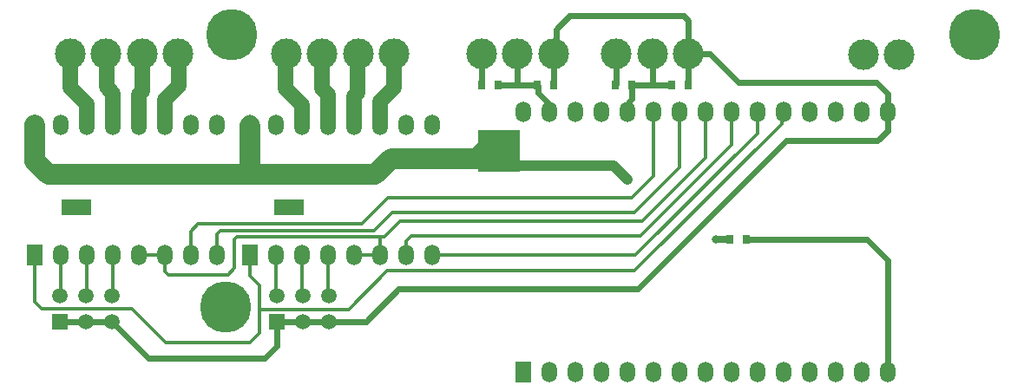
<source format=gtl>
G04*
G04 #@! TF.GenerationSoftware,Altium Limited,Altium Designer,22.6.1 (34)*
G04*
G04 Layer_Physical_Order=1*
G04 Layer_Color=255*
%FSLAX25Y25*%
%MOIN*%
G70*
G04*
G04 #@! TF.SameCoordinates,155C3C0F-C328-4BCA-876E-5E1AE029C65F*
G04*
G04*
G04 #@! TF.FilePolarity,Positive*
G04*
G01*
G75*
%ADD15R,0.02756X0.03543*%
%ADD25C,0.05906*%
%ADD26C,0.02362*%
%ADD27C,0.01181*%
%ADD28C,0.03937*%
%ADD29C,0.07874*%
%ADD30C,0.02756*%
%ADD31R,0.16000X0.16000*%
%ADD32O,0.05906X0.07874*%
%ADD33R,0.05906X0.07874*%
%ADD34C,0.11811*%
%ADD35C,0.19685*%
%ADD36C,0.05906*%
%ADD37R,0.05906X0.05906*%
%ADD38O,0.11811X0.05906*%
%ADD39R,0.11811X0.05906*%
%ADD40C,0.03150*%
D15*
X15610Y158000D02*
D03*
X9390D02*
D03*
X-5890D02*
D03*
X-12110D02*
D03*
X60890D02*
D03*
X67110D02*
D03*
X39390D02*
D03*
X45610D02*
D03*
X89610Y98500D02*
D03*
X83390D02*
D03*
D25*
X-45750Y157000D02*
Y170000D01*
X-59750Y155000D02*
Y169780D01*
X-59530Y170000D01*
X-73439Y156689D02*
Y169870D01*
X-73309Y170000D01*
X-87309Y156559D02*
Y169780D01*
X-87089Y170000D01*
X-128500Y157500D02*
Y169780D01*
X-128720Y170000D02*
X-128500Y169780D01*
X-142500Y155500D02*
Y170000D01*
X-156189Y157189D02*
Y169910D01*
X-156280Y170000D02*
X-156189Y169910D01*
X-170059Y157059D02*
Y170000D01*
X-133789Y152211D02*
X-128500Y157500D01*
X-156189Y157189D02*
X-153789Y154789D01*
X-170059Y157059D02*
X-163789Y150789D01*
X-51039Y142500D02*
Y151711D01*
X-61039Y142500D02*
Y153711D01*
X-71039Y142500D02*
Y154289D01*
X-81039Y142500D02*
Y150289D01*
X-133789Y142500D02*
Y152211D01*
X-143789Y154211D02*
X-142500Y155500D01*
X-143789Y142500D02*
Y154211D01*
X-153789Y142500D02*
Y154789D01*
X-163789Y142500D02*
Y150789D01*
X-87309Y156559D02*
X-81039Y150289D01*
X-73439Y156689D02*
X-71039Y154289D01*
X-61039Y153711D02*
X-59750Y155000D01*
X-51039Y151711D02*
X-45750Y157000D01*
D26*
X44639Y148177D02*
Y151713D01*
X45610Y152685D01*
Y158000D01*
X43961Y147499D02*
X44639Y148177D01*
X140000Y136500D02*
X143961Y140461D01*
Y147499D01*
X105000Y136500D02*
X140000D01*
X48000Y79500D02*
X105000Y136500D01*
X-44000Y79500D02*
X48000D01*
X-56500Y67000D02*
X-44000Y79500D01*
X-70894Y67000D02*
X-56500D01*
X-80894D02*
X-70894D01*
X-90894D02*
X-80894D01*
X-95500Y53000D02*
X-90894Y57606D01*
Y67000D01*
X-140000Y53000D02*
X-95500D01*
X-154000Y67000D02*
X-140000Y53000D01*
X-164000Y67000D02*
X-154000D01*
X-174000D02*
X-164000D01*
X143961Y47499D02*
Y90539D01*
X136000Y98500D02*
X143961Y90539D01*
X89610Y98500D02*
X136000D01*
X67279Y170000D02*
X75500D01*
X86500Y159000D02*
X139500D01*
X75500Y170000D02*
X86500Y159000D01*
X67110Y158000D02*
X67195Y158085D01*
Y169915D01*
X67279Y170000D01*
X39390Y158000D02*
X39555Y158165D01*
Y169835D01*
X39720Y170000D01*
X53500Y158000D02*
X60890D01*
X45610D02*
X53500D01*
Y170000D01*
X-12110Y158000D02*
X-12085Y158026D01*
Y169974D01*
X-12059Y170000D01*
X15500D02*
X15555Y169945D01*
Y158055D02*
X15610Y158000D01*
X15555Y158055D02*
Y169945D01*
X1720Y158000D02*
Y170000D01*
X-5890Y158000D02*
X1720D01*
X9390D01*
X9587Y154913D02*
Y157803D01*
X9390Y158000D02*
X9587Y157803D01*
Y154913D02*
X13283Y151217D01*
X15500Y170000D02*
X16449Y170949D01*
Y179449D01*
X21500Y184500D01*
X65500D01*
X67279Y182720D01*
Y170000D02*
Y182720D01*
X139500Y159000D02*
X143961Y154539D01*
Y147499D02*
Y154539D01*
D27*
X-113789Y92500D02*
Y100711D01*
X-123789Y92500D02*
Y101711D01*
X-101039Y84539D02*
Y92500D01*
X-71039D02*
X-70967Y92427D01*
Y77073D02*
X-70894Y77000D01*
X-70967Y77073D02*
Y92427D01*
X-80967Y77073D02*
X-80894Y77000D01*
X-80967Y77073D02*
Y92427D01*
X-81039Y92500D02*
X-80967Y92427D01*
X-91039Y92500D02*
X-90967Y92427D01*
Y77073D02*
X-90894Y77000D01*
X-90967Y77073D02*
Y92427D01*
X-153895Y77105D02*
Y92395D01*
X-154000Y77000D02*
X-153895Y77105D01*
Y92395D02*
X-153789Y92500D01*
X-163895Y92395D02*
X-163789Y92500D01*
X-164000Y77000D02*
X-163895Y77105D01*
Y92395D01*
X-173895Y77105D02*
Y92395D01*
X-173789Y92500D01*
X-174000Y77000D02*
X-173895Y77105D01*
X-31039Y92500D02*
X-11000D01*
X-31039Y92500D02*
X-31039Y92500D01*
X-41039Y92500D02*
Y97938D01*
X-51000Y99500D02*
X-49500D01*
X-106000D02*
X-51000D01*
X-51039Y92500D02*
Y99461D01*
X-51000Y99500D01*
X-143789Y92500D02*
X-133789D01*
Y86384D02*
Y92500D01*
X-107000Y98500D02*
X-106000Y99500D01*
X-107000Y87500D02*
Y98500D01*
X-109500Y85000D02*
X-107000Y87500D01*
X-132406Y85000D02*
X-109500D01*
X-133789Y86384D02*
X-132406Y85000D01*
X-61039Y92500D02*
X-51039D01*
X-97500Y71750D02*
Y81000D01*
Y62500D02*
Y71750D01*
X-48500Y86500D02*
X46500D01*
X-63250Y71750D02*
X-48500Y86500D01*
X-97500Y71750D02*
X-63250D01*
X-101000Y59000D02*
X-97500Y62500D01*
X-133500Y59000D02*
X-101000D01*
X-146500Y72000D02*
X-133500Y59000D01*
X-181000Y72000D02*
X-146500D01*
X-183789Y74789D02*
X-181000Y72000D01*
X-183789Y74789D02*
Y92500D01*
X103078Y146617D02*
X103961Y147499D01*
X46500Y86500D02*
X103078Y143078D01*
Y146617D01*
X-11000Y92500D02*
X47000Y92500D01*
X93961Y139461D02*
Y147499D01*
X47000Y92500D02*
X93961Y139461D01*
X83961Y134961D02*
Y147499D01*
X-38978Y100000D02*
X49000D01*
X83961Y134961D01*
X-43500Y105500D02*
X49500D01*
X73961Y129961D02*
Y147499D01*
X49500Y105500D02*
X73961Y129961D01*
X-46500Y109000D02*
X46500D01*
X63961Y126461D02*
Y147499D01*
X46500Y109000D02*
X63961Y126461D01*
X53961Y122961D02*
Y147499D01*
X45500Y114500D02*
X53961Y122961D01*
X-48000Y114500D02*
X45500D01*
X-58000Y104500D02*
X-48000Y114500D01*
X-121000Y104500D02*
X-58000D01*
X-53500Y102000D02*
X-46500Y109000D01*
X-112500Y102000D02*
X-53500D01*
X-49500Y99500D02*
X-43500Y105500D01*
X-41039Y97938D02*
X-38978Y100000D01*
X-123789Y101711D02*
X-121000Y104500D01*
X-113789Y100711D02*
X-112500Y102000D01*
X-101039Y84539D02*
X-97500Y81000D01*
D28*
X-101039Y142500D02*
X-101000Y142461D01*
X38500Y127000D02*
X44000Y121500D01*
X0Y127000D02*
X38500D01*
X-5500Y132500D02*
X0Y127000D01*
X-183789Y142500D02*
Y143000D01*
D29*
X-101000Y123500D02*
Y142461D01*
X-183789Y128789D02*
Y142500D01*
X-53000Y123500D02*
X-46750Y129750D01*
X-13750D02*
X-11000Y132500D01*
X-46750Y129750D02*
X-13750D01*
X-11000Y132500D02*
X-10756D01*
X-9563Y131307D02*
X-6693D01*
X-10756Y132500D02*
X-9563Y131307D01*
X-6693D02*
X-5500Y132500D01*
X-86144Y123500D02*
X-53000D01*
X-101000D02*
X-86144D01*
X-167644D02*
X-101000D01*
X-178500D02*
X-167644D01*
X-183789Y128789D02*
X-178500Y123500D01*
D30*
X78000Y98500D02*
X83390D01*
D31*
X-5500Y132500D02*
D03*
D32*
X3961Y147499D02*
D03*
X13961D02*
D03*
X23961D02*
D03*
X33961D02*
D03*
X43961D02*
D03*
X53961D02*
D03*
X63961D02*
D03*
X73961D02*
D03*
X83961D02*
D03*
X93961D02*
D03*
X103961D02*
D03*
X113961D02*
D03*
X123961D02*
D03*
X133961D02*
D03*
X143961D02*
D03*
Y47499D02*
D03*
X133961D02*
D03*
X123961D02*
D03*
X113961D02*
D03*
X103961D02*
D03*
X93961D02*
D03*
X83961D02*
D03*
X73961D02*
D03*
X63961D02*
D03*
X53961D02*
D03*
X43961D02*
D03*
X33961D02*
D03*
X23961D02*
D03*
X13961D02*
D03*
X-113789Y142500D02*
D03*
X-183789D02*
D03*
X-173789D02*
D03*
X-163789D02*
D03*
X-153789D02*
D03*
X-143789D02*
D03*
X-133789D02*
D03*
X-123789D02*
D03*
X-113789Y92500D02*
D03*
X-123789D02*
D03*
X-133789D02*
D03*
X-143789D02*
D03*
X-153789D02*
D03*
X-163789D02*
D03*
X-173789D02*
D03*
X-31039Y142500D02*
D03*
X-101039D02*
D03*
X-91039D02*
D03*
X-81039D02*
D03*
X-71039D02*
D03*
X-61039D02*
D03*
X-51039D02*
D03*
X-41039D02*
D03*
X-31039Y92500D02*
D03*
X-41039D02*
D03*
X-51039D02*
D03*
X-61039D02*
D03*
X-71039D02*
D03*
X-81039D02*
D03*
X-91039D02*
D03*
D33*
X3961Y47499D02*
D03*
X-183789Y92500D02*
D03*
X-101039D02*
D03*
D34*
X-142500Y170000D02*
D03*
X-170059D02*
D03*
X-156280D02*
D03*
X-128720D02*
D03*
X-87089D02*
D03*
X-45750D02*
D03*
X-59530D02*
D03*
X-73309D02*
D03*
X134500Y169500D02*
D03*
X148280D02*
D03*
X15500Y170000D02*
D03*
X1720D02*
D03*
X-12059D02*
D03*
X67279D02*
D03*
X53500D02*
D03*
X39720D02*
D03*
D35*
X-108000Y177165D02*
D03*
X177165D02*
D03*
X-110500Y72500D02*
D03*
D36*
X-70894Y77000D02*
D03*
Y67000D02*
D03*
X-80894Y77000D02*
D03*
Y67000D02*
D03*
X-90894Y77000D02*
D03*
X-154000D02*
D03*
Y67000D02*
D03*
X-164000Y77000D02*
D03*
Y67000D02*
D03*
X-174000Y77000D02*
D03*
D37*
X-90894Y67000D02*
D03*
X-174000D02*
D03*
D38*
X-86144Y123500D02*
D03*
X-167644D02*
D03*
D39*
X-86144Y110902D02*
D03*
X-167644D02*
D03*
D40*
X78000Y98500D02*
D03*
X0Y127000D02*
D03*
X-5500D02*
D03*
X-11000D02*
D03*
X0Y132500D02*
D03*
X-5500D02*
D03*
X-11000D02*
D03*
X-5500Y138000D02*
D03*
X0D02*
D03*
X-11000D02*
D03*
X44000Y121500D02*
D03*
M02*

</source>
